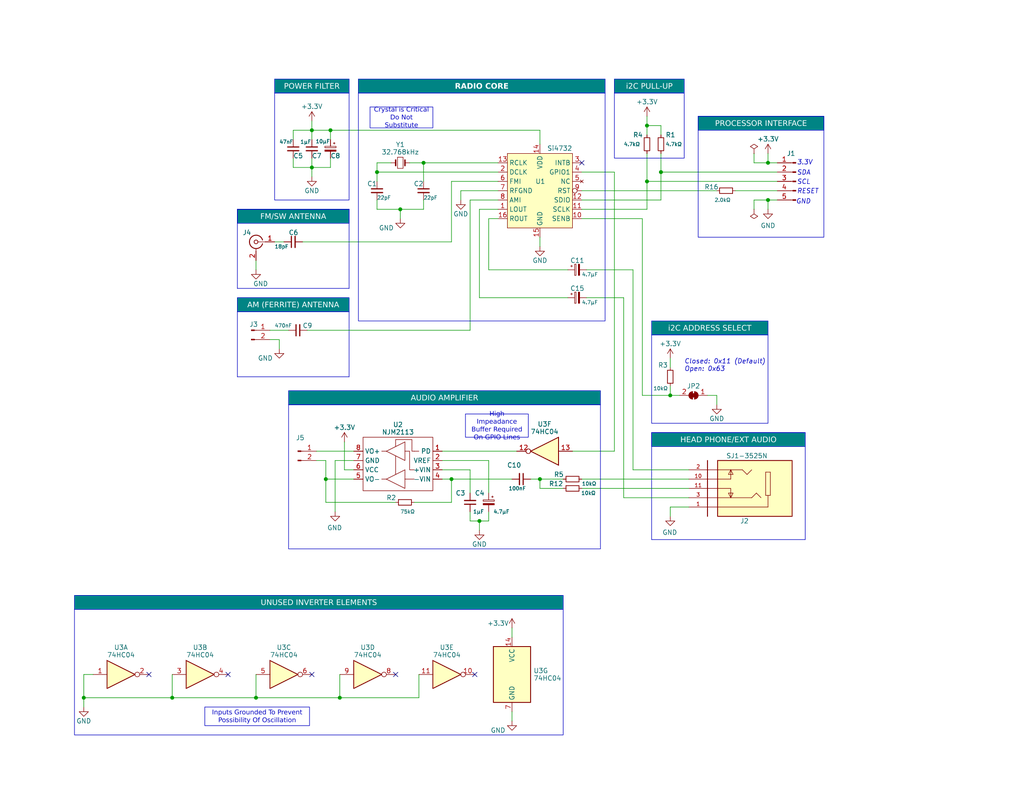
<source format=kicad_sch>
(kicad_sch (version 20230121) (generator eeschema)
  (paper "USLetter")
  (title_block (title "Si4732 Through Hole Technology Breakout Board") (date "2023-08-06") (rev "Version 2") (comment 2 "Designed By: Nancy Gail Daniels - AD5EU"))
  (lib_symbols
    (symbol "74HC04_1"
      (property "Reference" "U" (at 0 1.27 0))
      (property "Value" "74HC04" (at 0 -1.27 0))
      (symbol "74HC04_1_1_0"
        (polyline (pts (xy -3.81 3.81) (xy -3.81 -3.81) (xy 3.81 0) (xy -3.81 3.81)) (stroke (width 0.254)) (fill (type background)))
        (pin input line (at -7.62 0 0) (length 3.81) (name "~") (number "1"))
        (pin output inverted (at 7.62 0 180) (length 3.81) (name "~") (number "2"))
      )
      (symbol "74HC04_1_2_0"
        (polyline (pts (xy -3.81 3.81) (xy -3.81 -3.81) (xy 3.81 0) (xy -3.81 3.81)) (stroke (width 0.254)) (fill (type background)))
        (pin input line (at -7.62 0 0) (length 3.81) (name "~") (number "3"))
        (pin output inverted (at 7.62 0 180) (length 3.81) (name "~") (number "4"))
      )
      (symbol "74HC04_1_3_0"
        (polyline (pts (xy -3.81 3.81) (xy -3.81 -3.81) (xy 3.81 0) (xy -3.81 3.81)) (stroke (width 0.254)) (fill (type background)))
        (pin input line (at -7.62 0 0) (length 3.81) (name "~") (number "5"))
        (pin output inverted (at 7.62 0 180) (length 3.81) (name "~") (number "6"))
      )
      (symbol "74HC04_1_4_0"
        (polyline (pts (xy -3.81 3.81) (xy -3.81 -3.81) (xy 3.81 0) (xy -3.81 3.81)) (stroke (width 0.254)) (fill (type background)))
        (pin output inverted (at 7.62 0 180) (length 3.81) (name "~") (number "8"))
        (pin input line (at -7.62 0 0) (length 3.81) (name "~") (number "9"))
      )
      (symbol "74HC04_1_5_0"
        (polyline (pts (xy -3.81 3.81) (xy -3.81 -3.81) (xy 3.81 0) (xy -3.81 3.81)) (stroke (width 0.254)) (fill (type background)))
        (pin output inverted (at 7.62 0 180) (length 3.81) (name "~") (number "10"))
        (pin input line (at -7.62 0 0) (length 3.81) (name "~") (number "11"))
      )
      (symbol "74HC04_1_6_0"
        (polyline (pts (xy -3.81 3.81) (xy -3.81 -3.81) (xy 3.81 0) (xy -3.81 3.81)) (stroke (width 0.254)) (fill (type background)))
        (pin output inverted (at 7.62 0 180) (length 3.81) (name "~") (number "12"))
        (pin input line (at -7.62 0 0) (length 3.81) (name "~") (number "13"))
      )
      (symbol "74HC04_1_7_0"
        (pin power_in line (at 0 10.16 270) (length 2.54) (name "VCC") (number "14"))
        (pin power_in line (at 0 -10.16 90) (length 2.54) (name "GND") (number "7"))
      )
      (symbol "74HC04_1_7_1"
        (rectangle (start -5.08 7.62) (end 5.08 -7.62) (stroke (width 0.254)) (fill (type background)))
      )
    )
    (symbol "74HC04_2"
      (property "Reference" "U" (at 0 1.27 0))
      (property "Value" "74HC04" (at 0 -1.27 0))
      (symbol "74HC04_2_1_0"
        (polyline (pts (xy -3.81 3.81) (xy -3.81 -3.81) (xy 3.81 0) (xy -3.81 3.81)) (stroke (width 0.254)) (fill (type background)))
        (pin input line (at -7.62 0 0) (length 3.81) (name "~") (number "1"))
        (pin output inverted (at 7.62 0 180) (length 3.81) (name "~") (number "2"))
      )
      (symbol "74HC04_2_2_0"
        (polyline (pts (xy -3.81 3.81) (xy -3.81 -3.81) (xy 3.81 0) (xy -3.81 3.81)) (stroke (width 0.254)) (fill (type background)))
        (pin input line (at -7.62 0 0) (length 3.81) (name "~") (number "3"))
        (pin output inverted (at 7.62 0 180) (length 3.81) (name "~") (number "4"))
      )
      (symbol "74HC04_2_3_0"
        (polyline (pts (xy -3.81 3.81) (xy -3.81 -3.81) (xy 3.81 0) (xy -3.81 3.81)) (stroke (width 0.254)) (fill (type background)))
        (pin input line (at -7.62 0 0) (length 3.81) (name "~") (number "5"))
        (pin output inverted (at 7.62 0 180) (length 3.81) (name "~") (number "6"))
      )
      (symbol "74HC04_2_4_0"
        (polyline (pts (xy -3.81 3.81) (xy -3.81 -3.81) (xy 3.81 0) (xy -3.81 3.81)) (stroke (width 0.254)) (fill (type background)))
        (pin output inverted (at 7.62 0 180) (length 3.81) (name "~") (number "8"))
        (pin input line (at -7.62 0 0) (length 3.81) (name "~") (number "9"))
      )
      (symbol "74HC04_2_5_0"
        (polyline (pts (xy -3.81 3.81) (xy -3.81 -3.81) (xy 3.81 0) (xy -3.81 3.81)) (stroke (width 0.254)) (fill (type background)))
        (pin output inverted (at 7.62 0 180) (length 3.81) (name "~") (number "10"))
        (pin input line (at -7.62 0 0) (length 3.81) (name "~") (number "11"))
      )
      (symbol "74HC04_2_6_0"
        (polyline (pts (xy -3.81 3.81) (xy -3.81 -3.81) (xy 3.81 0) (xy -3.81 3.81)) (stroke (width 0.254)) (fill (type background)))
        (pin output inverted (at 7.62 0 180) (length 3.81) (name "~") (number "12"))
        (pin input line (at -7.62 0 0) (length 3.81) (name "~") (number "13"))
      )
      (symbol "74HC04_2_7_0"
        (pin power_in line (at 0 10.16 270) (length 2.54) (name "VCC") (number "14"))
        (pin power_in line (at 0 -10.16 90) (length 2.54) (name "GND") (number "7"))
      )
      (symbol "74HC04_2_7_1"
        (rectangle (start -5.08 7.62) (end 5.08 -7.62) (stroke (width 0.254)) (fill (type background)))
      )
    )
    (symbol "74HC04_3"
      (property "Reference" "U" (at 0 1.27 0))
      (property "Value" "74HC04" (at 0 -1.27 0))
      (symbol "74HC04_3_1_0"
        (polyline (pts (xy -3.81 3.81) (xy -3.81 -3.81) (xy 3.81 0) (xy -3.81 3.81)) (stroke (width 0.254)) (fill (type background)))
        (pin input line (at -7.62 0 0) (length 3.81) (name "~") (number "1"))
        (pin output inverted (at 7.62 0 180) (length 3.81) (name "~") (number "2"))
      )
      (symbol "74HC04_3_2_0"
        (polyline (pts (xy -3.81 3.81) (xy -3.81 -3.81) (xy 3.81 0) (xy -3.81 3.81)) (stroke (width 0.254)) (fill (type background)))
        (pin input line (at -7.62 0 0) (length 3.81) (name "~") (number "3"))
        (pin output inverted (at 7.62 0 180) (length 3.81) (name "~") (number "4"))
      )
      (symbol "74HC04_3_3_0"
        (polyline (pts (xy -3.81 3.81) (xy -3.81 -3.81) (xy 3.81 0) (xy -3.81 3.81)) (stroke (width 0.254)) (fill (type background)))
        (pin input line (at -7.62 0 0) (length 3.81) (name "~") (number "5"))
        (pin output inverted (at 7.62 0 180) (length 3.81) (name "~") (number "6"))
      )
      (symbol "74HC04_3_4_0"
        (polyline (pts (xy -3.81 3.81) (xy -3.81 -3.81) (xy 3.81 0) (xy -3.81 3.81)) (stroke (width 0.254)) (fill (type background)))
        (pin output inverted (at 7.62 0 180) (length 3.81) (name "~") (number "8"))
        (pin input line (at -7.62 0 0) (length 3.81) (name "~") (number "9"))
      )
      (symbol "74HC04_3_5_0"
        (polyline (pts (xy -3.81 3.81) (xy -3.81 -3.81) (xy 3.81 0) (xy -3.81 3.81)) (stroke (width 0.254)) (fill (type background)))
        (pin output inverted (at 7.62 0 180) (length 3.81) (name "~") (number "10"))
        (pin input line (at -7.62 0 0) (length 3.81) (name "~") (number "11"))
      )
      (symbol "74HC04_3_6_0"
        (polyline (pts (xy -3.81 3.81) (xy -3.81 -3.81) (xy 3.81 0) (xy -3.81 3.81)) (stroke (width 0.254)) (fill (type background)))
        (pin output inverted (at 7.62 0 180) (length 3.81) (name "~") (number "12"))
        (pin input line (at -7.62 0 0) (length 3.81) (name "~") (number "13"))
      )
      (symbol "74HC04_3_7_0"
        (pin power_in line (at 0 10.16 270) (length 2.54) (name "VCC") (number "14"))
        (pin power_in line (at 0 -10.16 90) (length 2.54) (name "GND") (number "7"))
      )
      (symbol "74HC04_3_7_1"
        (rectangle (start -5.08 7.62) (end 5.08 -7.62) (stroke (width 0.254)) (fill (type background)))
      )
    )
    (symbol "74HC04_4"
      (property "Reference" "U" (at 0 1.27 0))
      (property "Value" "74HC04" (at 0 -1.27 0))
      (symbol "74HC04_4_1_0"
        (polyline (pts (xy -3.81 3.81) (xy -3.81 -3.81) (xy 3.81 0) (xy -3.81 3.81)) (stroke (width 0.254)) (fill (type background)))
        (pin input line (at -7.62 0 0) (length 3.81) (name "~") (number "1"))
        (pin output inverted (at 7.62 0 180) (length 3.81) (name "~") (number "2"))
      )
      (symbol "74HC04_4_2_0"
        (polyline (pts (xy -3.81 3.81) (xy -3.81 -3.81) (xy 3.81 0) (xy -3.81 3.81)) (stroke (width 0.254)) (fill (type background)))
        (pin input line (at -7.62 0 0) (length 3.81) (name "~") (number "3"))
        (pin output inverted (at 7.62 0 180) (length 3.81) (name "~") (number "4"))
      )
      (symbol "74HC04_4_3_0"
        (polyline (pts (xy -3.81 3.81) (xy -3.81 -3.81) (xy 3.81 0) (xy -3.81 3.81)) (stroke (width 0.254)) (fill (type background)))
        (pin input line (at -7.62 0 0) (length 3.81) (name "~") (number "5"))
        (pin output inverted (at 7.62 0 180) (length 3.81) (name "~") (number "6"))
      )
      (symbol "74HC04_4_4_0"
        (polyline (pts (xy -3.81 3.81) (xy -3.81 -3.81) (xy 3.81 0) (xy -3.81 3.81)) (stroke (width 0.254)) (fill (type background)))
        (pin output inverted (at 7.62 0 180) (length 3.81) (name "~") (number "8"))
        (pin input line (at -7.62 0 0) (length 3.81) (name "~") (number "9"))
      )
      (symbol "74HC04_4_5_0"
        (polyline (pts (xy -3.81 3.81) (xy -3.81 -3.81) (xy 3.81 0) (xy -3.81 3.81)) (stroke (width 0.254)) (fill (type background)))
        (pin output inverted (at 7.62 0 180) (length 3.81) (name "~") (number "10"))
        (pin input line (at -7.62 0 0) (length 3.81) (name "~") (number "11"))
      )
      (symbol "74HC04_4_6_0"
        (polyline (pts (xy -3.81 3.81) (xy -3.81 -3.81) (xy 3.81 0) (xy -3.81 3.81)) (stroke (width 0.254)) (fill (type background)))
        (pin output inverted (at 7.62 0 180) (length 3.81) (name "~") (number "12"))
        (pin input line (at -7.62 0 0) (length 3.81) (name "~") (number "13"))
      )
      (symbol "74HC04_4_7_0"
        (pin power_in line (at 0 10.16 270) (length 2.54) (name "VCC") (number "14"))
        (pin power_in line (at 0 -10.16 90) (length 2.54) (name "GND") (number "7"))
      )
      (symbol "74HC04_4_7_1"
        (rectangle (start -5.08 7.62) (end 5.08 -7.62) (stroke (width 0.254)) (fill (type background)))
      )
    )
    (symbol "74HC04_5"
      (property "Reference" "U" (at 0 1.27 0))
      (property "Value" "74HC04" (at 0 -1.27 0))
      (symbol "74HC04_5_1_0"
        (polyline (pts (xy -3.81 3.81) (xy -3.81 -3.81) (xy 3.81 0) (xy -3.81 3.81)) (stroke (width 0.254)) (fill (type background)))
        (pin input line (at -7.62 0 0) (length 3.81) (name "~") (number "1"))
        (pin output inverted (at 7.62 0 180) (length 3.81) (name "~") (number "2"))
      )
      (symbol "74HC04_5_2_0"
        (polyline (pts (xy -3.81 3.81) (xy -3.81 -3.81) (xy 3.81 0) (xy -3.81 3.81)) (stroke (width 0.254)) (fill (type background)))
        (pin input line (at -7.62 0 0) (length 3.81) (name "~") (number "3"))
        (pin output inverted (at 7.62 0 180) (length 3.81) (name "~") (number "4"))
      )
      (symbol "74HC04_5_3_0"
        (polyline (pts (xy -3.81 3.81) (xy -3.81 -3.81) (xy 3.81 0) (xy -3.81 3.81)) (stroke (width 0.254)) (fill (type background)))
        (pin input line (at -7.62 0 0) (length 3.81) (name "~") (number "5"))
        (pin output inverted (at 7.62 0 180) (length 3.81) (name "~") (number "6"))
      )
      (symbol "74HC04_5_4_0"
        (polyline (pts (xy -3.81 3.81) (xy -3.81 -3.81) (xy 3.81 0) (xy -3.81 3.81)) (stroke (width 0.254)) (fill (type background)))
        (pin output inverted (at 7.62 0 180) (length 3.81) (name "~") (number "8"))
        (pin input line (at -7.62 0 0) (length 3.81) (name "~") (number "9"))
      )
      (symbol "74HC04_5_5_0"
        (polyline (pts (xy -3.81 3.81) (xy -3.81 -3.81) (xy 3.81 0) (xy -3.81 3.81)) (stroke (width 0.254)) (fill (type background)))
        (pin output inverted (at 7.62 0 180) (length 3.81) (name "~") (number "10"))
        (pin input line (at -7.62 0 0) (length 3.81) (name "~") (number "11"))
      )
      (symbol "74HC04_5_6_0"
        (polyline (pts (xy -3.81 3.81) (xy -3.81 -3.81) (xy 3.81 0) (xy -3.81 3.81)) (stroke (width 0.254)) (fill (type background)))
        (pin output inverted (at 7.62 0 180) (length 3.81) (name "~") (number "12"))
        (pin input line (at -7.62 0 0) (length 3.81) (name "~") (number "13"))
      )
      (symbol "74HC04_5_7_0"
        (pin power_in line (at 0 10.16 270) (length 2.54) (name "VCC") (number "14"))
        (pin power_in line (at 0 -10.16 90) (length 2.54) (name "GND") (number "7"))
      )
      (symbol "74HC04_5_7_1"
        (rectangle (start -5.08 7.62) (end 5.08 -7.62) (stroke (width 0.254)) (fill (type background)))
      )
    )
    (symbol "74HC04_6"
      (property "Reference" "U" (at 0 1.27 0))
      (property "Value" "74HC04" (at 0 -1.27 0))
      (symbol "74HC04_6_1_0"
        (polyline (pts (xy -3.81 3.81) (xy -3.81 -3.81) (xy 3.81 0) (xy -3.81 3.81)) (stroke (width 0.254)) (fill (type background)))
        (pin input line (at -7.62 0 0) (length 3.81) (name "~") (number "1"))
        (pin output inverted (at 7.62 0 180) (length 3.81) (name "~") (number "2"))
      )
      (symbol "74HC04_6_2_0"
        (polyline (pts (xy -3.81 3.81) (xy -3.81 -3.81) (xy 3.81 0) (xy -3.81 3.81)) (stroke (width 0.254)) (fill (type background)))
        (pin input line (at -7.62 0 0) (length 3.81) (name "~") (number "3"))
        (pin output inverted (at 7.62 0 180) (length 3.81) (name "~") (number "4"))
      )
      (symbol "74HC04_6_3_0"
        (polyline (pts (xy -3.81 3.81) (xy -3.81 -3.81) (xy 3.81 0) (xy -3.81 3.81)) (stroke (width 0.254)) (fill (type background)))
        (pin input line (at -7.62 0 0) (length 3.81) (name "~") (number "5"))
        (pin output inverted (at 7.62 0 180) (length 3.81) (name "~") (number "6"))
      )
      (symbol "74HC04_6_4_0"
        (polyline (pts (xy -3.81 3.81) (xy -3.81 -3.81) (xy 3.81 0) (xy -3.81 3.81)) (stroke (width 0.254)) (fill (type background)))
        (pin output inverted (at 7.62 0 180) (length 3.81) (name "~") (number "8"))
        (pin input line (at -7.62 0 0) (length 3.81) (name "~") (number "9"))
      )
      (symbol "74HC04_6_5_0"
        (polyline (pts (xy -3.81 3.81) (xy -3.81 -3.81) (xy 3.81 0) (xy -3.81 3.81)) (stroke (width 0.254)) (fill (type background)))
        (pin output inverted (at 7.62 0 180) (length 3.81) (name "~") (number "10"))
        (pin input line (at -7.62 0 0) (length 3.81) (name "~") (number "11"))
      )
      (symbol "74HC04_6_6_0"
        (polyline (pts (xy -3.81 3.81) (xy -3.81 -3.81) (xy 3.81 0) (xy -3.81 3.81)) (stroke (width 0.254)) (fill (type background)))
        (pin output inverted (at 7.62 0 180) (length 3.81) (name "~") (number "12"))
        (pin input line (at -7.62 0 0) (length 3.81) (name "~") (number "13"))
      )
      (symbol "74HC04_6_7_0"
        (pin power_in line (at 0 10.16 270) (length 2.54) (name "VCC") (number "14"))
        (pin power_in line (at 0 -10.16 90) (length 2.54) (name "GND") (number "7"))
      )
      (symbol "74HC04_6_7_1"
        (rectangle (start -5.08 7.62) (end 5.08 -7.62) (stroke (width 0.254)) (fill (type background)))
      )
    )
    (symbol "74xx:74HC04"
      (property "Reference" "U" (at 0 1.27 0))
      (property "Value" "74HC04" (at 0 -1.27 0))
      (symbol "74HC04_1_0"
        (polyline (pts (xy -3.81 3.81) (xy -3.81 -3.81) (xy 3.81 0) (xy -3.81 3.81)) (stroke (width 0.254)) (fill (type background)))
        (pin input line (at -7.62 0 0) (length 3.81) (name "~") (number "1"))
        (pin output inverted (at 7.62 0 180) (length 3.81) (name "~") (number "2"))
      )
      (symbol "74HC04_2_0"
        (polyline (pts (xy -3.81 3.81) (xy -3.81 -3.81) (xy 3.81 0) (xy -3.81 3.81)) (stroke (width 0.254)) (fill (type background)))
        (pin input line (at -7.62 0 0) (length 3.81) (name "~") (number "3"))
        (pin output inverted (at 7.62 0 180) (length 3.81) (name "~") (number "4"))
      )
      (symbol "74HC04_3_0"
        (polyline (pts (xy -3.81 3.81) (xy -3.81 -3.81) (xy 3.81 0) (xy -3.81 3.81)) (stroke (width 0.254)) (fill (type background)))
        (pin input line (at -7.62 0 0) (length 3.81) (name "~") (number "5"))
        (pin output inverted (at 7.62 0 180) (length 3.81) (name "~") (number "6"))
      )
      (symbol "74HC04_4_0"
        (polyline (pts (xy -3.81 3.81) (xy -3.81 -3.81) (xy 3.81 0) (xy -3.81 3.81)) (stroke (width 0.254)) (fill (type background)))
        (pin output inverted (at 7.62 0 180) (length 3.81) (name "~") (number "8"))
        (pin input line (at -7.62 0 0) (length 3.81) (name "~") (number "9"))
      )
      (symbol "74HC04_5_0"
        (polyline (pts (xy -3.81 3.81) (xy -3.81 -3.81) (xy 3.81 0) (xy -3.81 3.81)) (stroke (width 0.254)) (fill (type background)))
        (pin output inverted (at 7.62 0 180) (length 3.81) (name "~") (number "10"))
        (pin input line (at -7.62 0 0) (length 3.81) (name "~") (number "11"))
      )
      (symbol "74HC04_6_0"
        (polyline (pts (xy -3.81 3.81) (xy -3.81 -3.81) (xy 3.81 0) (xy -3.81 3.81)) (stroke (width 0.254)) (fill (type background)))
        (pin output inverted (at 7.62 0 180) (length 3.81) (name "~") (number "12"))
        (pin input line (at -7.62 0 0) (length 3.81) (name "~") (number "13"))
      )
      (symbol "74HC04_7_0"
        (pin power_in line (at 0 10.16 270) (length 2.54) (name "VCC") (number "14"))
        (pin power_in line (at 0 -10.16 90) (length 2.54) (name "GND") (number "7"))
      )
      (symbol "74HC04_7_1"
        (rectangle (start -5.08 7.62) (end 5.08 -7.62) (stroke (width 0.254)) (fill (type background)))
      )
    )
    (symbol "Connector:Conn_01x02_Pin" (pin_names (offset 1.016) hide)
      (property "Reference" "J" (at 0 2.54 0))
      (property "Value" "Conn_01x02_Pin" (at 0 -5.08 0))
      (symbol "Conn_01x02_Pin_1_1"
        (polyline (pts (xy 1.27 -2.54) (xy 0.8636 -2.54)) (stroke (width 0.1524)))
        (polyline (pts (xy 1.27 0) (xy 0.8636 0)) (stroke (width 0.1524)))
        (rectangle (start 0.8636 -2.413) (end 0 -2.667) (stroke (width 0.1524)) (fill (type outline)))
        (rectangle (start 0.8636 0.127) (end 0 -0.127) (stroke (width 0.1524)) (fill (type outline)))
        (pin passive line (at 5.08 0 180) (length 3.81) (name "Pin_1") (number "1"))
        (pin passive line (at 5.08 -2.54 180) (length 3.81) (name "Pin_2") (number "2"))
      )
    )
    (symbol "Connector:Conn_01x05_Pin" (pin_names (offset 1.016) hide)
      (property "Reference" "J" (at 0 7.62 0))
      (property "Value" "Conn_01x05_Pin" (at 0 -7.62 0))
      (symbol "Conn_01x05_Pin_1_1"
        (polyline (pts (xy 1.27 -5.08) (xy 0.8636 -5.08)) (stroke (width 0.1524)))
        (polyline (pts (xy 1.27 -2.54) (xy 0.8636 -2.54)) (stroke (width 0.1524)))
        (polyline (pts (xy 1.27 0) (xy 0.8636 0)) (stroke (width 0.1524)))
        (polyline (pts (xy 1.27 2.54) (xy 0.8636 2.54)) (stroke (width 0.1524)))
        (polyline (pts (xy 1.27 5.08) (xy 0.8636 5.08)) (stroke (width 0.1524)))
        (rectangle (start 0.8636 -4.953) (end 0 -5.207) (stroke (width 0.1524)) (fill (type outline)))
        (rectangle (start 0.8636 -2.413) (end 0 -2.667) (stroke (width 0.1524)) (fill (type outline)))
        (rectangle (start 0.8636 0.127) (end 0 -0.127) (stroke (width 0.1524)) (fill (type outline)))
        (rectangle (start 0.8636 2.667) (end 0 2.413) (stroke (width 0.1524)) (fill (type outline)))
        (rectangle (start 0.8636 5.207) (end 0 4.953) (stroke (width 0.1524)) (fill (type outline)))
        (pin passive line (at 5.08 5.08 180) (length 3.81) (name "Pin_1") (number "1"))
        (pin passive line (at 5.08 2.54 180) (length 3.81) (name "Pin_2") (number "2"))
        (pin passive line (at 5.08 0 180) (length 3.81) (name "Pin_3") (number "3"))
        (pin passive line (at 5.08 -2.54 180) (length 3.81) (name "Pin_4") (number "4"))
        (pin passive line (at 5.08 -5.08 180) (length 3.81) (name "Pin_5") (number "5"))
      )
    )
    (symbol "Connector:Conn_Coaxial" (pin_names (offset 1.016) hide)
      (property "Reference" "J" (at 0.254 3.048 0))
      (property "Value" "Conn_Coaxial" (at 2.921 0 90))
      (symbol "Conn_Coaxial_0_1"
        (arc (start -1.778 -0.508) (mid 0.2311 -1.8066) (end 1.778 0) (stroke (width 0.254)))
        (polyline (pts (xy -2.54 0) (xy -0.508 0)))
        (polyline (pts (xy 0 -2.54) (xy 0 -1.778)))
        (circle (center 0 0) (radius 0.508) (stroke (width 0.2032)))
        (arc (start 1.778 0) (mid 0.2099 1.8101) (end -1.778 0.508) (stroke (width 0.254)))
      )
      (symbol "Conn_Coaxial_1_1"
        (pin passive line (at -5.08 0 0) (length 2.54) (name "In") (number "1"))
        (pin passive line (at 0 -5.08 90) (length 2.54) (name "Ext") (number "2"))
      )
    )
    (symbol "Device:C_Polarized_Small" (pin_numbers hide) (pin_names (offset 0.254) hide)
      (property "Reference" "C" (at 0.254 1.778 0))
      (property "Value" "C_Polarized_Small" (at 0.254 -2.032 0))
      (symbol "C_Polarized_Small_0_1"
        (rectangle (start -1.524 -0.3048) (end 1.524 -0.6858) (fill (type outline)))
        (rectangle (start -1.524 0.6858) (end 1.524 0.3048))
        (polyline (pts (xy -1.27 1.524) (xy -0.762 1.524)))
        (polyline (pts (xy -1.016 1.27) (xy -1.016 1.778)))
      )
      (symbol "C_Polarized_Small_1_1"
        (pin passive line (at 0 2.54 270) (length 1.8542) (name "~") (number "1"))
        (pin passive line (at 0 -2.54 90) (length 1.8542) (name "~") (number "2"))
      )
    )
    (symbol "Device:C_Small" (pin_numbers hide) (pin_names (offset 0.254) hide)
      (property "Reference" "C" (at 0.254 1.778 0))
      (property "Value" "C_Small" (at 0.254 -2.032 0))
      (symbol "C_Small_0_1"
        (polyline (pts (xy -1.524 -0.508) (xy 1.524 -0.508)) (stroke (width 0.3302)))
        (polyline (pts (xy -1.524 0.508) (xy 1.524 0.508)) (stroke (width 0.3048)))
      )
      (symbol "C_Small_1_1"
        (pin passive line (at 0 2.54 270) (length 2.032) (name "~") (number "1"))
        (pin passive line (at 0 -2.54 90) (length 2.032) (name "~") (number "2"))
      )
    )
    (symbol "Device:Crystal_Small" (pin_numbers hide) (pin_names (offset 1.016) hide)
      (property "Reference" "Y" (at 0 2.54 0))
      (property "Value" "Crystal_Small" (at 0 -2.54 0))
      (symbol "Crystal_Small_0_1"
        (rectangle (start -0.762 -1.524) (end 0.762 1.524))
        (polyline (pts (xy -1.27 -0.762) (xy -1.27 0.762)) (stroke (width 0.381)))
        (polyline (pts (xy 1.27 -0.762) (xy 1.27 0.762)) (stroke (width 0.381)))
      )
      (symbol "Crystal_Small_1_1"
        (pin passive line (at -2.54 0 0) (length 1.27) (name "1") (number "1"))
        (pin passive line (at 2.54 0 180) (length 1.27) (name "2") (number "2"))
      )
    )
    (symbol "Device:R_Small" (pin_numbers hide) (pin_names (offset 0.254) hide)
      (property "Reference" "R" (at 0.762 0.508 0))
      (property "Value" "R_Small" (at 0.762 -1.016 0))
      (symbol "R_Small_0_1"
        (rectangle (start -0.762 1.778) (end 0.762 -1.778) (stroke (width 0.2032)))
      )
      (symbol "R_Small_1_1"
        (pin passive line (at 0 2.54 270) (length 0.762) (name "~") (number "1"))
        (pin passive line (at 0 -2.54 90) (length 0.762) (name "~") (number "2"))
      )
    )
    (symbol "Jumper:SolderJumper_2_Bridged" (pin_names (offset 0) hide)
      (property "Reference" "JP" (at 0 2.032 0))
      (property "Value" "SolderJumper_2_Bridged" (at 0 -2.54 0))
      (symbol "SolderJumper_2_Bridged_0_1"
        (rectangle (start -0.508 0.508) (end 0.508 -0.508) (fill (type outline)))
        (arc (start -0.254 1.016) (mid -1.2656 0) (end -0.254 -1.016))
        (arc (start -0.254 1.016) (mid -1.2656 0) (end -0.254 -1.016) (fill (type outline)))
        (polyline (pts (xy -0.254 1.016) (xy -0.254 -1.016)))
        (polyline (pts (xy 0.254 1.016) (xy 0.254 -1.016)))
        (arc (start 0.254 -1.016) (mid 1.2656 0) (end 0.254 1.016))
        (arc (start 0.254 -1.016) (mid 1.2656 0) (end 0.254 1.016) (fill (type outline)))
      )
      (symbol "SolderJumper_2_Bridged_1_1"
        (pin passive line (at -3.81 0 0) (length 2.54) (name "A") (number "1"))
        (pin passive line (at 3.81 0 180) (length 2.54) (name "B") (number "2"))
      )
    )
    (symbol "NJM2113:NJM2113"
      (property "Reference" "U" (at 3.81 8.89 0))
      (property "Value" "NJM2113" (at 3.81 -8.89 0))
      (symbol "NJM2113_0_1"
        (rectangle (start -5.08 7.62) (end 13.97 -6.985))
        (polyline (pts (xy 0 3.81) (xy -1.27 3.81)))
        (polyline (pts (xy 2.54 -3.81) (xy 0 -3.81)))
        (polyline (pts (xy 5.08 2.54) (xy 5.08 -2.54)))
        (polyline (pts (xy 7.62 -3.81) (xy 8.89 -3.81)))
        (polyline (pts (xy 7.62 3.81) (xy 8.89 3.81)))
        (polyline (pts (xy 2.54 -1.27) (xy 2.54 -6.35) (xy 7.62 -3.81) (xy 2.54 -1.27)))
        (polyline (pts (xy 2.54 3.81) (xy 1.27 3.81) (xy 1.27 -1.27) (xy 0 -1.27)))
        (polyline (pts (xy 2.54 6.35) (xy 2.54 1.27) (xy 7.62 3.81) (xy 2.54 6.35)))
        (polyline (pts (xy 0 3.81) (xy 0.635 3.81) (xy 0.635 6.985) (xy 5.08 6.985) (xy 5.08 5.08)))
      )
      (symbol "NJM2113_1_1"
        (pin input line (at -7.62 3.81 0) (length 2.54) (name "PD") (number "1"))
        (pin input line (at -7.62 1.27 0) (length 2.54) (name "VREF") (number "2"))
        (pin input line (at -7.62 -1.27 0) (length 2.54) (name "+VIN") (number "3"))
        (pin input line (at -7.62 -3.81 0) (length 2.54) (name "-VIN") (number "4"))
        (pin output line (at 16.51 -3.81 180) (length 2.54) (name "VO-") (number "5"))
        (pin power_in line (at 16.51 -1.27 180) (length 2.54) (name "VCC") (number "6"))
        (pin power_in line (at 16.51 1.27 180) (length 2.54) (name "GND") (number "7"))
        (pin output line (at 16.51 3.81 180) (length 2.54) (name "VO+") (number "8"))
      )
    )
    (symbol "SJ1-3525N:SJ1-3525N" (pin_names (offset 1.016) hide)
      (property "Reference" "J" (at -10.16 10.16 0))
      (property "Value" "SJ1-3525N" (at -10.16 -12.7254 0))
      (symbol "SJ1-3525N_0_0"
        (rectangle (start -12.9286 -7.62) (end 7.3914 7.62) (stroke (width 0.254)) (fill (type background)))
        (polyline (pts (xy -6.985 -4.445) (xy -6.985 1.905)) (stroke (width 0.1524)))
        (polyline (pts (xy -6.985 1.905) (xy -6.35 1.905)) (stroke (width 0.1524)))
        (polyline (pts (xy -6.35 1.905) (xy -5.715 1.905)) (stroke (width 0.1524)))
        (polyline (pts (xy -6.35 5.08) (xy -6.35 1.905)) (stroke (width 0.1524)))
        (polyline (pts (xy -5.715 -4.445) (xy -6.985 -4.445)) (stroke (width 0.1524)))
        (polyline (pts (xy -5.715 1.905) (xy -5.715 -4.445)) (stroke (width 0.1524)))
        (polyline (pts (xy -3.175 1.27) (xy -4.445 2.54)) (stroke (width 0.1524)))
        (polyline (pts (xy -1.905 2.54) (xy -3.175 1.27)) (stroke (width 0.1524)))
        (polyline (pts (xy -0.635 -3.81) (xy -1.905 -5.08)) (stroke (width 0.1524)))
        (polyline (pts (xy 0.635 -5.08) (xy -0.635 -3.81)) (stroke (width 0.1524)))
        (polyline (pts (xy 3.81 -5.08) (xy 0.635 -5.08)) (stroke (width 0.1524)))
        (polyline (pts (xy 3.81 -2.54) (xy 3.81 -5.08)) (stroke (width 0.1524)))
        (polyline (pts (xy 3.81 2.54) (xy -1.905 2.54)) (stroke (width 0.1524)))
        (polyline (pts (xy 3.81 2.54) (xy 3.81 0)) (stroke (width 0.1524)))
        (polyline (pts (xy 10.16 -7.62) (xy 10.16 7.62)) (stroke (width 0.254)))
        (polyline (pts (xy 10.16 -5.08) (xy 3.81 -5.08)) (stroke (width 0.1524)))
        (polyline (pts (xy 10.16 -2.54) (xy 3.81 -2.54)) (stroke (width 0.1524)))
        (polyline (pts (xy 10.16 0) (xy 3.81 0)) (stroke (width 0.1524)))
        (polyline (pts (xy 10.16 2.54) (xy 3.81 2.54)) (stroke (width 0.1524)))
        (polyline (pts (xy 10.16 5.08) (xy -6.35 5.08)) (stroke (width 0.1524)))
        (polyline (pts (xy 3.81 -5.08) (xy 3.175 -3.81) (xy 4.445 -3.81) (xy 3.81 -5.08)) (stroke (width 0.1524)) (fill (type background)))
        (polyline (pts (xy 3.81 2.54) (xy 4.445 1.27) (xy 3.175 1.27) (xy 3.81 2.54)) (stroke (width 0.1524)) (fill (type background)))
        (pin passive line (at 15.24 5.08 180) (length 5.08) (name "~") (number "1"))
        (pin passive line (at 15.24 -2.54 180) (length 5.08) (name "~") (number "10"))
        (pin passive line (at 15.24 0 180) (length 5.08) (name "~") (number "11"))
        (pin passive line (at 15.24 -5.08 180) (length 5.08) (name "~") (number "2"))
        (pin passive line (at 15.24 2.54 180) (length 5.08) (name "~") (number "3"))
      )
    )
    (symbol "Si4732:Si4732-A10"
      (property "Reference" "U" (at -1.27 1.27 0))
      (property "Value" "Si4732" (at -7.62 2.54 0))
      (symbol "Si4732-A10_1_1"
        (rectangle (start -8.89 8.89) (end 8.89 -11.43) (fill (type background)))
        (pin output line (at -11.43 -6.35 0) (length 2.54) (name "LOUT") (number "1"))
        (pin input line (at 11.43 -8.89 180) (length 2.54) (name "SENB") (number "10"))
        (pin input line (at 11.43 -6.35 180) (length 2.54) (name "SCLK") (number "11"))
        (pin bidirectional line (at 11.43 -3.81 180) (length 2.54) (name "SDIO") (number "12"))
        (pin passive line (at -11.43 6.35 0) (length 2.54) (name "RCLK") (number "13"))
        (pin power_in line (at 0 11.43 270) (length 2.54) (name "VDD") (number "14"))
        (pin power_in line (at 0 -13.97 90) (length 2.54) (name "GND") (number "15"))
        (pin output line (at -11.43 -8.89 0) (length 2.54) (name "ROUT") (number "16"))
        (pin passive line (at -11.43 3.81 0) (length 2.54) (name "DCLK") (number "2"))
        (pin output line (at 11.43 6.35 180) (length 2.54) (name "INTB") (number "3"))
        (pin output line (at 11.43 3.81 180) (length 2.54) (name "GPIO1") (number "4"))
        (pin no_connect line (at 11.43 1.27 180) (length 2.54) (name "NC") (number "5"))
        (pin passive line (at -11.43 1.27 0) (length 2.54) (name "FMI") (number "6"))
        (pin passive line (at -11.43 -1.27 0) (length 2.54) (name "RFGND") (number "7"))
        (pin passive line (at -11.43 -3.81 0) (length 2.54) (name "AMI") (number "8"))
        (pin input inverted (at 11.43 -1.27 180) (length 2.54) (name "RST") (number "9"))
      )
    )
    (symbol "power:+3.3V" (power) (pin_names (offset 0))
      (property "Value" "+3.3V" (at 0 3.556 0))
      (symbol "+3.3V_0_1"
        (polyline (pts (xy -0.762 1.27) (xy 0 2.54)))
        (polyline (pts (xy 0 0) (xy 0 2.54)))
        (polyline (pts (xy 0 2.54) (xy 0.762 1.27)))
      )
      (symbol "+3.3V_1_1"
        (pin power_in line (at 0 0 90) (length 0) hide (name "+3.3V") (number "1"))
      )
    )
    (symbol "power:GND" (power) (pin_names (offset 0))
      (property "Value" "GND" (at 0 -3.81 0))
      (symbol "GND_0_1"
        (polyline (pts (xy 0 0) (xy 0 -1.27) (xy 1.27 -1.27) (xy 0 -2.54) (xy -1.27 -1.27) (xy 0 -1.27)))
      )
      (symbol "GND_1_1"
        (pin power_in line (at 0 0 270) (length 0) hide (name "GND") (number "1"))
      )
    )
    (symbol "power:PWR_FLAG" (power) (pin_numbers hide) (pin_names (offset 0) hide)
      (property "Value" "PWR_FLAG" (at 0 3.81 0))
      (symbol "PWR_FLAG_0_0"
        (pin power_out line (at 0 0 90) (length 0) (name "pwr") (number "1"))
      )
      (symbol "PWR_FLAG_0_1"
        (polyline (pts (xy 0 0) (xy 0 1.27) (xy -1.016 1.905) (xy 0 2.54) (xy 1.016 1.905) (xy 0 1.27)))
      )
    )
  )
  (junction (at 176.53 49.53))
  (junction (at 46.99 190.5))
  (junction (at 180.34 46.99))
  (junction (at 147.32 130.81))
  (junction (at 85.09 35.56))
  (junction (at 176.53 34.29))
  (junction (at 88.9 130.81))
  (junction (at 115.57 44.45))
  (junction (at 92.71 190.5))
  (junction (at 22.86 190.5))
  (junction (at 69.85 190.5))
  (junction (at 209.55 44.45))
  (junction (at 123.19 130.81))
  (junction (at 209.55 54.61))
  (junction (at 85.09 45.72))
  (junction (at 102.87 46.99))
  (junction (at 109.22 57.15))
  (junction (at 90.17 35.56))
  (junction (at 130.81 142.24))
  (junction (at 182.88 107.95))
  (no_connect (at 129.54 184.15))
  (no_connect (at 85.09 184.15))
  (no_connect (at 62.23 184.15))
  (no_connect (at 40.64 184.15))
  (no_connect (at 158.75 44.45))
  (no_connect (at 107.95 184.15))
  (wire (pts (xy 147.32 35.56) (xy 147.32 39.37)))
  (wire (pts (xy 209.55 54.61) (xy 205.74 54.61)))
  (wire (pts (xy 176.53 34.29) (xy 176.53 36.83)))
  (wire (pts (xy 78.74 90.17) (xy 73.66 90.17)))
  (wire (pts (xy 120.65 128.27) (xy 128.27 128.27)))
  (wire (pts (xy 158.75 133.35) (xy 187.96 133.35)))
  (wire (pts (xy 175.26 107.95) (xy 182.88 107.95)))
  (wire (pts (xy 85.09 35.56) (xy 85.09 38.1)))
  (wire (pts (xy 123.19 49.53) (xy 135.89 49.53)))
  (wire (pts (xy 158.75 46.99) (xy 167.64 46.99)))
  (wire (pts (xy 91.44 125.73) (xy 96.52 125.73)))
  (wire (pts (xy 139.7 194.31) (xy 139.7 196.85)))
  (wire (pts (xy 170.18 135.89) (xy 170.18 81.28)))
  (polyline (pts (xy 95.25 57.15) (xy 95.25 78.74)))
  (wire (pts (xy 22.86 184.15) (xy 22.86 190.5)))
  (wire (pts (xy 111.76 44.45) (xy 115.57 44.45)))
  (wire (pts (xy 46.99 190.5) (xy 46.99 184.15)))
  (wire (pts (xy 205.74 44.45) (xy 209.55 44.45)))
  (wire (pts (xy 128.27 139.7) (xy 128.27 142.24)))
  (wire (pts (xy 115.57 44.45) (xy 115.57 49.53)))
  (wire (pts (xy 69.85 190.5) (xy 92.71 190.5)))
  (wire (pts (xy 182.88 138.43) (xy 187.96 138.43)))
  (wire (pts (xy 93.98 120.65) (xy 93.98 128.27)))
  (wire (pts (xy 182.88 100.33) (xy 182.88 97.79)))
  (wire (pts (xy 90.17 35.56) (xy 90.17 38.1)))
  (wire (pts (xy 86.36 123.19) (xy 96.52 123.19)))
  (wire (pts (xy 88.9 137.16) (xy 107.95 137.16)))
  (wire (pts (xy 180.34 46.99) (xy 180.34 54.61)))
  (wire (pts (xy 153.67 130.81) (xy 147.32 130.81)))
  (wire (pts (xy 130.81 142.24) (xy 128.27 142.24)))
  (wire (pts (xy 209.55 54.61) (xy 209.55 57.15)))
  (wire (pts (xy 102.87 44.45) (xy 106.68 44.45)))
  (wire (pts (xy 123.19 137.16) (xy 113.03 137.16)))
  (wire (pts (xy 130.81 142.24) (xy 130.81 144.78)))
  (wire (pts (xy 185.42 107.95) (xy 182.88 107.95)))
  (wire (pts (xy 158.75 52.07) (xy 195.58 52.07)))
  (wire (pts (xy 69.85 71.12) (xy 69.85 73.66)))
  (wire (pts (xy 133.35 73.66) (xy 133.35 59.69)))
  (wire (pts (xy 109.22 57.15) (xy 109.22 59.69)))
  (wire (pts (xy 156.21 123.19) (xy 167.64 123.19)))
  (wire (pts (xy 172.72 73.66) (xy 160.02 73.66)))
  (wire (pts (xy 176.53 34.29) (xy 180.34 34.29)))
  (polyline (pts (xy 64.77 102.87) (xy 64.77 85.09)))
  (wire (pts (xy 135.89 57.15) (xy 130.81 57.15)))
  (wire (pts (xy 123.19 137.16) (xy 123.19 130.81)))
  (wire (pts (xy 85.09 45.72) (xy 85.09 43.18)))
  (wire (pts (xy 92.71 190.5) (xy 114.3 190.5)))
  (wire (pts (xy 85.09 35.56) (xy 90.17 35.56)))
  (wire (pts (xy 123.19 49.53) (xy 123.19 66.04)))
  (wire (pts (xy 170.18 135.89) (xy 187.96 135.89)))
  (wire (pts (xy 212.09 54.61) (xy 209.55 54.61)))
  (wire (pts (xy 133.35 59.69) (xy 135.89 59.69)))
  (wire (pts (xy 205.74 57.15) (xy 205.74 54.61)))
  (wire (pts (xy 115.57 54.61) (xy 115.57 57.15)))
  (wire (pts (xy 180.34 34.29) (xy 180.34 36.83)))
  (wire (pts (xy 158.75 54.61) (xy 180.34 54.61)))
  (wire (pts (xy 195.58 107.95) (xy 195.58 110.49)))
  (wire (pts (xy 123.19 130.81) (xy 139.7 130.81)))
  (wire (pts (xy 22.86 184.15) (xy 25.4 184.15)))
  (wire (pts (xy 128.27 128.27) (xy 128.27 134.62)))
  (wire (pts (xy 120.65 130.81) (xy 123.19 130.81)))
  (wire (pts (xy 93.98 128.27) (xy 96.52 128.27)))
  (wire (pts (xy 83.82 90.17) (xy 128.27 90.17)))
  (polyline (pts (xy 95.25 78.74) (xy 64.77 78.74)))
  (wire (pts (xy 120.65 123.19) (xy 140.97 123.19)))
  (wire (pts (xy 102.87 46.99) (xy 102.87 49.53)))
  (wire (pts (xy 176.53 34.29) (xy 176.53 31.75)))
  (wire (pts (xy 182.88 138.43) (xy 182.88 140.97)))
  (wire (pts (xy 80.01 45.72) (xy 85.09 45.72)))
  (wire (pts (xy 88.9 130.81) (xy 96.52 130.81)))
  (wire (pts (xy 130.81 142.24) (xy 133.35 142.24)))
  (polyline (pts (xy 95.25 85.09) (xy 95.25 102.87)))
  (wire (pts (xy 158.75 57.15) (xy 176.53 57.15)))
  (polyline (pts (xy 95.25 85.09) (xy 64.77 85.09)))
  (wire (pts (xy 147.32 35.56) (xy 90.17 35.56)))
  (wire (pts (xy 135.89 54.61) (xy 128.27 54.61)))
  (wire (pts (xy 88.9 125.73) (xy 88.9 130.81)))
  (wire (pts (xy 85.09 33.02) (xy 85.09 35.56)))
  (wire (pts (xy 180.34 46.99) (xy 212.09 46.99)))
  (wire (pts (xy 77.47 66.04) (xy 74.93 66.04)))
  (wire (pts (xy 133.35 125.73) (xy 133.35 134.62)))
  (wire (pts (xy 125.73 52.07) (xy 125.73 54.61)))
  (wire (pts (xy 102.87 46.99) (xy 102.87 44.45)))
  (wire (pts (xy 133.35 73.66) (xy 154.94 73.66)))
  (polyline (pts (xy 219.71 118.11) (xy 219.71 147.32)))
  (wire (pts (xy 102.87 54.61) (xy 102.87 57.15)))
  (wire (pts (xy 69.85 190.5) (xy 69.85 184.15)))
  (wire (pts (xy 120.65 125.73) (xy 133.35 125.73)))
  (wire (pts (xy 170.18 81.28) (xy 160.02 81.28)))
  (wire (pts (xy 92.71 190.5) (xy 92.71 184.15)))
  (wire (pts (xy 102.87 57.15) (xy 109.22 57.15)))
  (wire (pts (xy 80.01 38.1) (xy 80.01 35.56)))
  (wire (pts (xy 85.09 45.72) (xy 90.17 45.72)))
  (wire (pts (xy 130.81 57.15) (xy 130.81 81.28)))
  (polyline (pts (xy 219.71 147.32) (xy 177.8 147.32)))
  (wire (pts (xy 90.17 45.72) (xy 90.17 43.18)))
  (wire (pts (xy 46.99 190.5) (xy 69.85 190.5)))
  (wire (pts (xy 115.57 44.45) (xy 135.89 44.45)))
  (wire (pts (xy 80.01 43.18) (xy 80.01 45.72)))
  (wire (pts (xy 91.44 125.73) (xy 91.44 139.7)))
  (wire (pts (xy 176.53 49.53) (xy 176.53 57.15)))
  (wire (pts (xy 86.36 125.73) (xy 88.9 125.73)))
  (wire (pts (xy 153.67 133.35) (xy 147.32 133.35)))
  (polyline (pts (xy 219.71 118.11) (xy 177.8 118.11)))
  (wire (pts (xy 172.72 128.27) (xy 172.72 73.66)))
  (wire (pts (xy 22.86 190.5) (xy 46.99 190.5)))
  (wire (pts (xy 158.75 59.69) (xy 175.26 59.69)))
  (wire (pts (xy 114.3 190.5) (xy 114.3 184.15)))
  (wire (pts (xy 135.89 46.99) (xy 102.87 46.99)))
  (wire (pts (xy 176.53 49.53) (xy 212.09 49.53)))
  (wire (pts (xy 139.7 171.45) (xy 139.7 173.99)))
  (wire (pts (xy 22.86 193.04) (xy 22.86 190.5)))
  (wire (pts (xy 158.75 130.81) (xy 187.96 130.81)))
  (wire (pts (xy 76.2 92.71) (xy 76.2 95.25)))
  (wire (pts (xy 133.35 139.7) (xy 133.35 142.24)))
  (wire (pts (xy 195.58 107.95) (xy 193.04 107.95)))
  (wire (pts (xy 80.01 35.56) (xy 85.09 35.56)))
  (polyline (pts (xy 177.8 147.32) (xy 177.8 118.11)))
  (wire (pts (xy 205.74 41.91) (xy 205.74 44.45)))
  (wire (pts (xy 180.34 41.91) (xy 180.34 46.99)))
  (wire (pts (xy 182.88 107.95) (xy 182.88 105.41)))
  (polyline (pts (xy 95.25 102.87) (xy 64.77 102.87)))
  (wire (pts (xy 130.81 81.28) (xy 154.94 81.28)))
  (wire (pts (xy 175.26 107.95) (xy 175.26 59.69)))
  (polyline (pts (xy 95.25 57.15) (xy 64.77 57.15)))
  (wire (pts (xy 85.09 45.72) (xy 85.09 48.26)))
  (wire (pts (xy 209.55 44.45) (xy 209.55 41.91)))
  (wire (pts (xy 176.53 41.91) (xy 176.53 49.53)))
  (wire (pts (xy 147.32 64.77) (xy 147.32 67.31)))
  (wire (pts (xy 147.32 130.81) (xy 147.32 133.35)))
  (wire (pts (xy 209.55 44.45) (xy 212.09 44.45)))
  (wire (pts (xy 172.72 128.27) (xy 187.96 128.27)))
  (wire (pts (xy 125.73 52.07) (xy 135.89 52.07)))
  (wire (pts (xy 128.27 54.61) (xy 128.27 90.17)))
  (wire (pts (xy 144.78 130.81) (xy 147.32 130.81)))
  (wire (pts (xy 82.55 66.04) (xy 123.19 66.04)))
  (wire (pts (xy 200.66 52.07) (xy 212.09 52.07)))
  (polyline (pts (xy 64.77 78.74) (xy 64.77 57.15)))
  (wire (pts (xy 167.64 46.99) (xy 167.64 123.19)))
  (wire (pts (xy 76.2 92.71) (xy 73.66 92.71)))
  (wire (pts (xy 88.9 137.16) (xy 88.9 130.81)))
  (wire (pts (xy 109.22 57.15) (xy 115.57 57.15)))
  (rectangle (start 167.64 25.4) (end 186.69 43.18))
  (rectangle (start 177.8 91.44) (end 209.55 115.57))
  (rectangle (start 20.32 166.37) (end 153.67 200.66))
  (rectangle (start 97.79 25.4) (end 165.1 87.63))
  (rectangle (start 74.93 25.4) (end 95.25 54.61))
  (rectangle (start 78.74 110.49) (end 163.83 149.86))
  (rectangle (start 190.5 31.75) (end 224.79 64.77))
  (text_box "POWER FILTER" (at 74.93 21.59 0) (size 20.32 3.81) (fill (type color) (color 0 132 132 1)) (effects (font (size 1.5 1.5)) (justify top)))
  (text_box "Inputs Grounded To Prevent\nPossibility Of Oscillation" (at 55.88 193.04 0) (size 28.575 5.08) (effects (font (size 1.27 1.27))))
  (text_box "UNUSED INVERTER ELEMENTS" (at 20.32 162.56 0) (size 133.35 3.81) (fill (type color) (color 0 132 132 1)) (effects (font (size 1.5 1.5)) (justify top)))
  (text_box "HEAD PHONE/EXT AUDIO" (at 177.8 118.11 0) (size 41.91 3.81) (fill (type color) (color 0 132 132 1)) (effects (font (size 1.5 1.5)) (justify top)))
  (text_box "FM/SW ANTENNA" (at 64.77 57.15 0) (size 30.48 3.81) (fill (type color) (color 0 132 132 1)) (effects (font (size 1.5 1.5)) (justify top)))
  (text_box "AUDIO AMPLIFIER" (at 78.74 106.68 0) (size 85.09 3.81) (fill (type color) (color 0 132 132 1)) (effects (font (size 1.5 1.5)) (justify top)))
  (text_box "i2C ADDRESS SELECT" (at 177.8 87.63 0) (size 31.75 3.81) (fill (type color) (color 0 132 132 1)) (effects (font (size 1.5 1.5)) (justify top)))
  (text_box "High Impeadance\nBuffer Required \nOn GPIO Lines" (at 127 113.03 0) (size 17.145 6.35) (effects (font (size 1.27 1.27))))
  (text_box "AM (FERRITE) ANTENNA" (at 64.77 81.28 0) (size 30.48 3.81) (fill (type color) (color 0 132 132 1)) (effects (font (size 1.5 1.5)) (justify top)))
  (text_box "i2C PULL-UP" (at 167.64 21.59 0) (size 19.05 3.81) (fill (type color) (color 0 132 132 1)) (effects (font (size 1.5 1.5)) (justify top)))
  (text_box "RADIO CORE" (at 97.79 21.59 0) (size 67.31 3.81) (fill (type color) (color 0 132 132 1)) (effects (font (size 1.5 1.5) (thickness 0.3) bold) (justify top)))
  (text_box "PROCESSOR INTERFACE" (at 190.5 31.75 0) (size 34.29 3.81) (fill (type color) (color 0 132 132 1)) (effects (font (size 1.5 1.5)) (justify top)))
  (text_box "Crystal is Critical\nDo Not Substitute" (at 100.965 29.21 0) (size 17.145 5.715) (effects (font (size 1.27 1.27))))
  (text "SCL" (at 217.424 50.546 0) (effects (font (size 1.27 1.27) italic) (justify left bottom)))
  (text "Closed: 0x11 (Default)\nOpen: 0x63\n" (at 186.69 101.6 0) (effects (font (size 1.27 1.27) italic) (justify left bottom)))
  (text "SDA" (at 217.424 48.006 0) (effects (font (size 1.27 1.27) italic) (justify left bottom)))
  (text "GND" (at 217.17 55.88 0) (effects (font (size 1.27 1.27) italic) (justify left bottom)))
  (text "3.3V" (at 217.424 45.212 0) (effects (font (size 1.27 1.27) italic) (justify left bottom)))
  (text "RESET" (at 217.424 53.086 0) (effects (font (size 1.27 1.27) italic) (justify left bottom)))
  (symbol (lib_id "power:GND") (at 147.32 67.31 0) (mirror y) (unit 1)
    (property "Reference" "#PWR0102" (effects hide))
    (property "Value" "GND" (at 147.32 71.12 0))
  )
  (symbol (lib_id "Device:C_Small") (at 80.01 66.04 90) (unit 1)
    (property "Reference" "C6" (at 78.74 63.5 90) (effects (justify right)))
    (property "Value" "18pF" (at 74.93 67.31 90) (effects (font (size 0.9906 0.9906)) (justify right)))
    (property "Footprint" "Capacitor_THT:C_Disc_D3.8mm_W2.6mm_P2.50mm" (effects hide))
  )
  (symbol (lib_id "power:GND") (at 182.88 140.97 0) (mirror y) (unit 1)
    (property "Reference" "#PWR0107" (effects hide))
    (property "Value" "GND" (at 182.753 145.3642 0))
  )
  (symbol (lib_id "Device:R_Small") (at 180.34 39.37 0) (unit 1)
    (property "Reference" "R4" (at 172.72 36.83 0) (effects (justify left)))
    (property "Value" "4.7kΩ" (at 181.61 39.37 0) (effects (font (size 0.9906 0.9906)) (justify left)))
    (property "Footprint" "Resistor_THT:R_Axial_DIN0207_L6.3mm_D2.5mm_P7.62mm_Horizontal" (effects hide))
  )
  (symbol (lib_id "Device:R_Small") (at 176.53 39.37 0) (unit 1)
    (property "Reference" "R1" (at 181.61 36.83 0) (effects (justify left)))
    (property "Value" "4.7kΩ" (at 170.18 39.37 0) (effects (font (size 0.9906 0.9906)) (justify left)))
    (property "Footprint" "Resistor_THT:R_Axial_DIN0207_L6.3mm_D2.5mm_P7.62mm_Horizontal" (effects hide))
  )
  (symbol (lib_id "power:GND") (at 209.55 57.15 0) (mirror y) (unit 1)
    (property "Reference" "#PWR0110" (effects hide))
    (property "Value" "GND" (at 209.55 61.595 0))
  )
  (symbol (lib_id "Device:R_Small") (at 182.88 102.87 0) (mirror y) (unit 1)
    (property "Reference" "R3" (at 182.245 99.695 0) (effects (justify left)))
    (property "Value" "10kΩ" (at 182.245 106.045 0) (effects (font (size 0.9906 0.9906)) (justify left)))
    (property "Footprint" "Resistor_THT:R_Axial_DIN0207_L6.3mm_D2.5mm_P7.62mm_Horizontal" (effects hide))
  )
  (symbol (lib_id "Device:C_Small") (at 81.28 90.17 90) (unit 1)
    (property "Reference" "C9" (at 82.55 88.9 90) (effects (justify right)))
    (property "Value" "470nF" (at 74.93 88.9 90) (effects (font (size 0.9906 0.9906)) (justify right)))
    (property "Footprint" "Capacitor_THT:C_Disc_D3.8mm_W2.6mm_P2.50mm" (effects hide))
  )
  (symbol (lib_id "power:GND") (at 195.58 110.49 0) (unit 1)
    (property "Reference" "#PWR0108" (effects hide))
    (property "Value" "GND" (at 195.58 114.3 0))
  )
  (symbol (lib_id "Connector:Conn_Coaxial") (at 69.85 66.04 0) (mirror y) (unit 1)
    (property "Reference" "J4" (at 68.58 63.5 0) (effects (justify left)))
    (property "Value" "Conn_01x01_Female" (effects hide))
    (property "Footprint" "Connector_Coaxial:SMA_Molex_73251-1153_EdgeMount_Horizontal" (effects hide))
    (property "Datasheet" " ~" (effects hide))
  )
  (symbol (lib_id "power:GND") (at 91.44 139.7 0) (mirror y) (unit 1)
    (property "Reference" "#PWR0122" (effects hide))
    (property "Value" "GND" (at 91.313 144.0942 0))
  )
  (symbol (lib_id "Device:R_Small") (at 156.21 130.81 270) (unit 1)
    (property "Reference" "R5" (at 151.13 129.54 90) (effects (justify left)))
    (property "Value" "10kΩ" (at 158.75 132.08 90) (effects (font (size 0.9906 0.9906)) (justify left)))
    (property "Footprint" "Resistor_THT:R_Axial_DIN0207_L6.3mm_D2.5mm_P7.62mm_Horizontal" (effects hide))
  )
  (symbol (lib_id "Device:R_Small") (at 156.21 133.35 90) (unit 1)
    (property "Reference" "R12" (at 153.67 132.08 90) (effects (justify left)))
    (property "Value" "10kΩ" (at 162.56 134.62 90) (effects (font (size 0.9906 0.9906)) (justify left)))
    (property "Footprint" "Resistor_THT:R_Axial_DIN0207_L6.3mm_D2.5mm_P7.62mm_Horizontal" (effects hide))
  )
  (symbol (lib_id "power:PWR_FLAG") (at 205.74 57.15 180) (unit 1)
    (property "Reference" "#FLG0101" (effects hide))
    (property "Value" "PWR_FLAG" (effects hide))
  )
  (symbol (lib_id "power:PWR_FLAG") (at 205.74 41.91 0) (unit 1)
    (property "Reference" "#FLG0102" (effects hide))
    (property "Value" "PWR_FLAG" (effects hide))
  )
  (symbol (lib_id "Device:R_Small") (at 198.12 52.07 90) (unit 1)
    (property "Reference" "R16" (at 196.088 51.054 90) (effects (justify left)))
    (property "Value" "2.0kΩ" (at 199.39 54.61 90) (effects (font (size 0.9906 0.9906)) (justify left)))
    (property "Footprint" "Resistor_THT:R_Axial_DIN0207_L6.3mm_D2.5mm_P7.62mm_Horizontal" (effects hide))
  )
  (symbol (lib_id "Device:C_Polarized_Small") (at 157.48 73.66 90) (mirror x) (unit 1)
    (property "Reference" "C11" (at 155.575 71.12 90) (effects (justify right)))
    (property "Value" "4.7µF" (at 158.75 74.93 90) (effects (font (size 0.9906 0.9906)) (justify right)))
    (property "Footprint" "ECEA1EKS4R7I:CAPPRD250W45D400H500" (effects hide))
  )
  (symbol (lib_id "Device:C_Polarized_Small") (at 157.48 81.28 90) (mirror x) (unit 1)
    (property "Reference" "C15" (at 155.575 78.74 90) (effects (justify right)))
    (property "Value" "4.7µF" (at 158.75 82.55 90) (effects (font (size 0.9906 0.9906)) (justify right)))
    (property "Footprint" "ECEA1EKS4R7I:CAPPRD250W45D400H500" (effects hide))
  )
  (symbol (lib_id "Device:C_Small") (at 80.01 40.64 0) (mirror y) (unit 1)
    (property "Reference" "C5" (at 80.01 42.545 0) (effects (justify right)))
    (property "Value" "47nF" (at 76.2 38.735 0) (effects (font (size 0.9906 0.9906)) (justify right)))
    (property "Footprint" "Capacitor_THT:C_Disc_D3.8mm_W2.6mm_P2.50mm" (effects hide))
  )
  (symbol (lib_id "Device:C_Small") (at 85.09 40.64 0) (mirror y) (unit 1)
    (property "Reference" "C7" (at 85.09 42.545 0) (effects (justify right)))
    (property "Value" "1µF" (at 81.915 38.735 0) (effects (font (size 0.9906 0.9906)) (justify right)))
    (property "Footprint" "C410C105K3R5TA:CAP_C410C_AX_X7R_AXIMAX_KEM" (effects hide))
  )
  (symbol (lib_id "Device:C_Polarized_Small") (at 90.17 40.64 0) (mirror y) (unit 1)
    (property "Reference" "C8" (at 90.17 42.545 0) (effects (justify right)))
    (property "Value" "10µF" (at 86.106 38.608 0) (effects (font (size 0.9906 0.9906)) (justify right)))
    (property "Footprint" "Capacitor_THT:CP_Radial_D4.0mm_P1.50mm" (effects hide))
  )
  (symbol (lib_id "power:GND") (at 85.09 48.26 0) (mirror y) (unit 1)
    (property "Reference" "#PWR0115" (effects hide))
    (property "Value" "GND" (at 85.09 52.07 0))
  )
  (symbol (lib_id "NJM2113:NJM2113") (at 113.03 127 0) (mirror y) (unit 1)
    (property "Reference" "U2" (at 108.585 115.927 0))
    (property "Value" "NJM2113" (at 108.585 117.975 0))
    (property "Footprint" "Package_DIP:DIP-8_W7.62mm" (effects hide))
  )
  (symbol (lib_id "Device:C_Small") (at 102.87 52.07 0) (unit 1)
    (property "Reference" "C1" (at 102.87 50.165 0) (effects (justify right)))
    (property "Value" "22pF" (at 106.68 53.975 0) (effects (font (size 0.9906 0.9906)) (justify right)))
    (property "Footprint" "Capacitor_THT:C_Disc_D3.8mm_W2.6mm_P2.50mm" (effects hide))
  )
  (symbol (lib_id "Device:C_Polarized_Small") (at 133.35 137.16 0) (mirror y) (unit 1)
    (property "Reference" "C4" (at 129.54 134.62 0) (effects (justify right)))
    (property "Value" "4.7µF" (at 134.62 139.7 0) (effects (font (size 0.9906 0.9906)) (justify right)))
    (property "Footprint" "ECEA1EKS4R7I:CAPPRD250W45D400H500" (effects hide))
  )
  (symbol (lib_name "74HC04_3") (lib_id "74xx:74HC04") (at 54.61 184.15 0) (unit 2)
    (property "Reference" "U3" (at 54.61 176.76 0))
    (property "Value" "74HC04" (at 54.61 178.808 0))
    (property "Footprint" "Package_DIP:DIP-14_W7.62mm" (effects hide))
    (property "Datasheet" "https://assets.nexperia.com/documents/data-sheet/74HC_HCT04.pdf" (effects hide))
  )
  (symbol (lib_id "power:+3.3V") (at 176.53 31.75 0) (unit 1)
    (property "Reference" "#PWR010" (effects hide))
    (property "Value" "+3.3V" (at 176.53 27.805 0))
  )
  (symbol (lib_id "Connector:Conn_01x05_Pin") (at 217.17 49.53 0) (mirror y) (unit 1)
    (property "Reference" "J1" (at 214.63 41.91 0) (effects (justify right)))
    (property "Value" "Conn_01x05_Pin" (effects hide))
    (property "Footprint" "Connector_PinHeader_2.54mm:PinHeader_1x05_P2.54mm_Vertical" (effects hide))
  )
  (symbol (lib_id "power:+3.3V") (at 85.09 33.02 0) (unit 1)
    (property "Reference" "#PWR012" (effects hide))
    (property "Value" "+3.3V" (at 85.09 29.075 0))
  )
  (symbol (lib_id "power:+3.3V") (at 209.55 41.91 0) (unit 1)
    (property "Reference" "#PWR08" (effects hide))
    (property "Value" "+3.3V" (at 209.55 37.965 0))
  )
  (symbol (lib_name "74HC04_2") (lib_id "74xx:74HC04") (at 33.02 184.15 0) (unit 1)
    (property "Reference" "U3" (at 33.02 176.76 0))
    (property "Value" "74HC04" (at 33.02 178.808 0))
    (property "Footprint" "Package_DIP:DIP-14_W7.62mm" (effects hide))
    (property "Datasheet" "https://assets.nexperia.com/documents/data-sheet/74HC_HCT04.pdf" (effects hide))
  )
  (symbol (lib_id "Device:Crystal_Small") (at 109.22 44.45 0) (unit 1)
    (property "Reference" "Y1" (at 109.22 39.473 0))
    (property "Value" "32.768kHz" (at 109.22 41.521 0))
    (property "Footprint" "ECS27:XTAL_ECS-.327-12.5-8X-C" (effects hide))
    (property "Mfr" "ECS" (effects hide))
    (property "Mfr #" "ECS-.327-12.5-8X" (effects hide))
    (property "Digikey" "X1123-ND" (effects hide))
    (property "Tolerance" "20ppm" (effects hide))
  )
  (symbol (lib_name "74HC04_5") (lib_id "74xx:74HC04") (at 100.33 184.15 0) (unit 4)
    (property "Reference" "U3" (at 100.33 176.76 0))
    (property "Value" "74HC04" (at 100.33 178.808 0))
    (property "Footprint" "Package_DIP:DIP-14_W7.62mm" (effects hide))
    (property "Datasheet" "https://assets.nexperia.com/documents/data-sheet/74HC_HCT04.pdf" (effects hide))
  )
  (symbol (lib_id "power:GND") (at 139.7 196.85 0) (mirror y) (unit 1)
    (property "Reference" "#PWR05" (effects hide))
    (property "Value" "GND" (at 135.89 199.39 0))
  )
  (symbol (lib_id "Connector:Conn_01x02_Pin") (at 81.28 123.19 0) (unit 1)
    (property "Reference" "J5" (at 81.915 119.5338 0))
    (property "Value" "Conn_01x02_Pin" (effects hide))
    (property "Footprint" "Phoenix_2x1:1725656" (effects hide))
  )
  (symbol (lib_name "74HC04_1") (lib_id "74xx:74HC04") (at 139.7 184.15 0) (unit 7)
    (property "Reference" "U3" (at 145.542 183.126 0) (effects (justify left)))
    (property "Value" "74HC04" (at 145.542 185.174 0) (effects (justify left)))
    (property "Footprint" "Package_DIP:DIP-14_W7.62mm" (effects hide))
    (property "Datasheet" "https://assets.nexperia.com/documents/data-sheet/74HC_HCT04.pdf" (effects hide))
  )
  (symbol (lib_id "power:+3.3V") (at 182.88 97.79 0) (unit 1)
    (property "Reference" "#PWR011" (effects hide))
    (property "Value" "+3.3V" (at 182.88 93.845 0))
  )
  (symbol (lib_id "74xx:74HC04") (at 148.59 123.19 180) (unit 6)
    (property "Reference" "U3" (at 148.59 115.8 0))
    (property "Value" "74HC04" (at 148.59 117.848 0))
    (property "Footprint" "Package_DIP:DIP-14_W7.62mm" (effects hide))
    (property "Datasheet" "https://assets.nexperia.com/documents/data-sheet/74HC_HCT04.pdf" (effects hide))
  )
  (symbol (lib_name "74HC04_6") (lib_id "74xx:74HC04") (at 121.92 184.15 0) (unit 5)
    (property "Reference" "U3" (at 121.92 176.76 0))
    (property "Value" "74HC04" (at 121.92 178.808 0))
    (property "Footprint" "Package_DIP:DIP-14_W7.62mm" (effects hide))
    (property "Datasheet" "https://assets.nexperia.com/documents/data-sheet/74HC_HCT04.pdf" (effects hide))
  )
  (symbol (lib_id "Device:C_Small") (at 115.57 52.07 0) (unit 1)
    (property "Reference" "C2" (at 115.57 50.165 0) (effects (justify right)))
    (property "Value" "22pF" (at 119.38 53.975 0) (effects (font (size 0.9906 0.9906)) (justify right)))
    (property "Footprint" "Capacitor_THT:C_Disc_D3.8mm_W2.6mm_P2.50mm" (effects hide))
  )
  (symbol (lib_id "Device:R_Small") (at 110.49 137.16 270) (unit 1)
    (property "Reference" "R2" (at 105.41 135.89 90) (effects (justify left)))
    (property "Value" "75kΩ" (at 109.22 139.7 90) (effects (font (size 0.9906 0.9906)) (justify left)))
    (property "Footprint" "Resistor_THT:R_Axial_DIN0207_L6.3mm_D2.5mm_P7.62mm_Horizontal" (effects hide))
  )
  (symbol (lib_id "Si4732:Si4732-A10") (at 147.32 50.8 0) (unit 1)
    (property "Reference" "U1" (at 146.05 49.53 0) (effects (justify left)))
    (property "Value" "Si4732" (at 149.2759 40.505 0) (effects (justify left)))
    (property "Footprint" "Package_SO:SOIC-16_3.9x9.9mm_P1.27mm" (effects hide))
  )
  (symbol (lib_id "power:+3.3V") (at 93.98 120.65 0) (unit 1)
    (property "Reference" "#PWR01" (effects hide))
    (property "Value" "+3.3V" (at 93.98 116.705 0))
  )
  (symbol (lib_id "Jumper:SolderJumper_2_Bridged") (at 189.23 107.95 0) (mirror y) (unit 1)
    (property "Reference" "JP2" (at 189.23 105.41 0))
    (property "Value" "SolderJumper_2_Open" (effects hide))
    (property "Footprint" "Jumper:SolderJumper-2_P1.3mm_Bridged_RoundedPad1.0x1.5mm" (effects hide))
  )
  (symbol (lib_id "SJ1-3525N:SJ1-3525N") (at 203.2 133.35 180) (unit 1)
    (property "Reference" "J2" (at 201.93 142.24 0) (effects (justify right)))
    (property "Value" "SJ1-3525N" (at 198.12 124.46 0) (effects (justify right)))
    (property "Footprint" "CUI_SJ1-3525N" (effects hide))
    (property "PARTREV" "1.02" (effects hide))
    (property "STANDARD" "Manufacturer recommendation" (effects hide))
    (property "MANUFACTURER" "CUI" (effects hide))
  )
  (symbol (lib_id "power:GND") (at 125.73 54.61 0) (mirror y) (unit 1)
    (property "Reference" "#PWR04" (effects hide))
    (property "Value" "GND" (at 125.73 58.42 0))
  )
  (symbol (lib_id "Connector:Conn_01x02_Pin") (at 68.58 90.17 0) (unit 1)
    (property "Reference" "J3" (at 69.215 88.5618 0))
    (property "Value" "Conn_01x02_Pin" (effects hide))
    (property "Footprint" "Phoenix_2x1:1725656" (effects hide))
  )
  (symbol (lib_id "Device:C_Small") (at 128.27 137.16 0) (mirror x) (unit 1)
    (property "Reference" "C3" (at 127 134.62 0) (effects (justify right)))
    (property "Value" "1µF" (at 132.08 139.7 0) (effects (font (size 0.9906 0.9906)) (justify right)))
    (property "Footprint" "C410C105K3R5TA:CAP_C410C_AX_X7R_AXIMAX_KEM" (effects hide))
  )
  (symbol (lib_id "Device:C_Small") (at 142.24 130.81 270) (mirror x) (unit 1)
    (property "Reference" "C10" (at 142.24 127 90) (effects (justify right)))
    (property "Value" "100nF" (at 143.51 133.35 90) (effects (font (size 0.9906 0.9906)) (justify right)))
    (property "Footprint" "Capacitor_THT:C_Disc_D3.8mm_W2.6mm_P2.50mm" (effects hide))
  )
  (symbol (lib_id "power:+3.3V") (at 139.7 171.45 0) (unit 1)
    (property "Reference" "#PWR013" (effects hide))
    (property "Value" "+3.3V" (at 135.89 170.18 0))
  )
  (symbol (lib_id "power:GND") (at 22.86 193.04 0) (mirror y) (unit 1)
    (property "Reference" "#PWR014" (effects hide))
    (property "Value" "GND" (at 22.86 196.85 0))
  )
  (symbol (lib_id "power:GND") (at 69.85 73.66 0) (mirror y) (unit 1)
    (property "Reference" "#PWR07" (effects hide))
    (property "Value" "GND" (at 71.12 77.47 0))
  )
  (symbol (lib_id "power:GND") (at 109.22 59.69 0) (mirror y) (unit 1)
    (property "Reference" "#PWR03" (effects hide))
    (property "Value" "GND" (at 105.41 62.23 0))
  )
  (symbol (lib_id "power:GND") (at 130.81 144.78 0) (mirror y) (unit 1)
    (property "Reference" "#PWR02" (effects hide))
    (property "Value" "GND" (at 130.81 148.59 0))
  )
  (symbol (lib_name "74HC04_4") (lib_id "74xx:74HC04") (at 77.47 184.15 0) (unit 3)
    (property "Reference" "U3" (at 77.47 176.76 0))
    (property "Value" "74HC04" (at 77.47 178.808 0))
    (property "Footprint" "Package_DIP:DIP-14_W7.62mm" (effects hide))
    (property "Datasheet" "https://assets.nexperia.com/documents/data-sheet/74HC_HCT04.pdf" (effects hide))
  )
  (symbol (lib_id "power:GND") (at 76.2 95.25 0) (mirror y) (unit 1)
    (property "Reference" "#PWR06" (effects hide))
    (property "Value" "GND" (at 72.39 97.79 0))
  )
)
</source>
